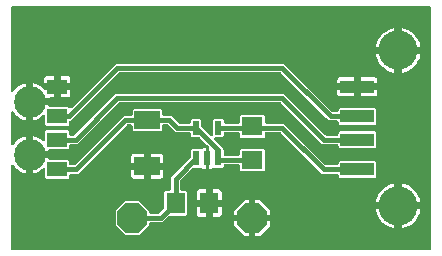
<source format=gbr>
G04 EAGLE Gerber RS-274X export*
G75*
%MOMM*%
%FSLAX34Y34*%
%LPD*%
%INTop Copper*%
%IPPOS*%
%AMOC8*
5,1,8,0,0,1.08239X$1,22.5*%
G01*
%ADD10P,2.749271X8X22.500000*%
%ADD11R,0.558800X1.270000*%
%ADD12R,1.803000X1.600000*%
%ADD13R,1.600000X1.803000*%
%ADD14R,2.200000X1.600000*%
%ADD15C,2.700000*%
%ADD16R,1.700000X1.300000*%
%ADD17C,3.316000*%
%ADD18R,2.880000X1.120000*%
%ADD19C,0.304800*%
%ADD20C,0.406400*%

G36*
X391442Y303280D02*
X391442Y303280D01*
X391468Y303278D01*
X391615Y303300D01*
X391762Y303317D01*
X391787Y303325D01*
X391813Y303329D01*
X391951Y303384D01*
X392090Y303434D01*
X392112Y303448D01*
X392137Y303458D01*
X392258Y303543D01*
X392383Y303623D01*
X392401Y303642D01*
X392423Y303657D01*
X392522Y303767D01*
X392625Y303874D01*
X392639Y303896D01*
X392656Y303916D01*
X392728Y304046D01*
X392804Y304173D01*
X392812Y304198D01*
X392825Y304221D01*
X392865Y304364D01*
X392910Y304505D01*
X392912Y304531D01*
X392920Y304556D01*
X392939Y304800D01*
X392939Y508000D01*
X392936Y508026D01*
X392938Y508052D01*
X392916Y508199D01*
X392899Y508346D01*
X392891Y508371D01*
X392887Y508397D01*
X392832Y508535D01*
X392782Y508674D01*
X392768Y508696D01*
X392758Y508721D01*
X392673Y508842D01*
X392593Y508967D01*
X392574Y508985D01*
X392559Y509007D01*
X392449Y509106D01*
X392342Y509209D01*
X392320Y509223D01*
X392300Y509240D01*
X392170Y509312D01*
X392043Y509388D01*
X392018Y509396D01*
X391995Y509409D01*
X391852Y509449D01*
X391711Y509494D01*
X391685Y509496D01*
X391660Y509504D01*
X391416Y509523D01*
X38100Y509523D01*
X38074Y509520D01*
X38048Y509522D01*
X37901Y509500D01*
X37754Y509483D01*
X37729Y509475D01*
X37703Y509471D01*
X37565Y509416D01*
X37426Y509366D01*
X37404Y509352D01*
X37379Y509342D01*
X37258Y509257D01*
X37133Y509177D01*
X37115Y509158D01*
X37093Y509143D01*
X36994Y509033D01*
X36891Y508926D01*
X36877Y508904D01*
X36860Y508884D01*
X36788Y508754D01*
X36712Y508627D01*
X36704Y508602D01*
X36691Y508579D01*
X36651Y508436D01*
X36606Y508295D01*
X36604Y508269D01*
X36596Y508244D01*
X36577Y508000D01*
X36577Y438725D01*
X36580Y438700D01*
X36578Y438674D01*
X36600Y438526D01*
X36617Y438379D01*
X36625Y438355D01*
X36629Y438329D01*
X36684Y438191D01*
X36734Y438051D01*
X36748Y438029D01*
X36757Y438005D01*
X36842Y437883D01*
X36923Y437758D01*
X36942Y437740D01*
X36956Y437719D01*
X37067Y437619D01*
X37174Y437516D01*
X37196Y437502D01*
X37215Y437485D01*
X37345Y437413D01*
X37473Y437337D01*
X37497Y437329D01*
X37520Y437317D01*
X37663Y437276D01*
X37805Y437231D01*
X37830Y437228D01*
X37855Y437222D01*
X38004Y437215D01*
X38152Y437203D01*
X38178Y437206D01*
X38203Y437205D01*
X38349Y437232D01*
X38497Y437254D01*
X38521Y437264D01*
X38546Y437268D01*
X38682Y437328D01*
X38821Y437383D01*
X38842Y437398D01*
X38865Y437408D01*
X38985Y437497D01*
X39107Y437582D01*
X39124Y437601D01*
X39145Y437616D01*
X39308Y437798D01*
X39402Y437920D01*
X40571Y439443D01*
X40614Y439499D01*
X42101Y440986D01*
X43769Y442266D01*
X45590Y443317D01*
X47533Y444122D01*
X49564Y444666D01*
X49653Y444678D01*
X49653Y430424D01*
X49656Y430398D01*
X49654Y430372D01*
X49676Y430225D01*
X49693Y430078D01*
X49701Y430053D01*
X49705Y430027D01*
X49760Y429889D01*
X49810Y429750D01*
X49824Y429728D01*
X49834Y429703D01*
X49919Y429582D01*
X49999Y429457D01*
X50018Y429439D01*
X50033Y429417D01*
X50143Y429318D01*
X50250Y429215D01*
X50272Y429201D01*
X50292Y429184D01*
X50422Y429112D01*
X50549Y429036D01*
X50574Y429028D01*
X50597Y429015D01*
X50740Y428975D01*
X50881Y428930D01*
X50907Y428928D01*
X50932Y428921D01*
X51176Y428901D01*
X52701Y428901D01*
X52701Y428899D01*
X51176Y428899D01*
X51150Y428896D01*
X51124Y428898D01*
X50977Y428876D01*
X50830Y428859D01*
X50805Y428850D01*
X50779Y428847D01*
X50641Y428792D01*
X50502Y428742D01*
X50480Y428727D01*
X50455Y428718D01*
X50334Y428633D01*
X50209Y428553D01*
X50191Y428534D01*
X50169Y428519D01*
X50070Y428409D01*
X49967Y428302D01*
X49953Y428280D01*
X49936Y428260D01*
X49864Y428130D01*
X49788Y428003D01*
X49780Y427978D01*
X49767Y427955D01*
X49727Y427812D01*
X49682Y427671D01*
X49680Y427645D01*
X49672Y427620D01*
X49653Y427376D01*
X49653Y413122D01*
X49564Y413134D01*
X47533Y413678D01*
X45590Y414483D01*
X43769Y415534D01*
X42101Y416814D01*
X40614Y418301D01*
X39308Y420002D01*
X39291Y420021D01*
X39277Y420042D01*
X39170Y420146D01*
X39066Y420253D01*
X39045Y420267D01*
X39026Y420284D01*
X38898Y420361D01*
X38773Y420442D01*
X38749Y420450D01*
X38727Y420463D01*
X38586Y420509D01*
X38445Y420559D01*
X38420Y420562D01*
X38395Y420569D01*
X38247Y420581D01*
X38099Y420598D01*
X38073Y420595D01*
X38048Y420597D01*
X37900Y420575D01*
X37752Y420558D01*
X37729Y420550D01*
X37703Y420546D01*
X37564Y420491D01*
X37424Y420440D01*
X37403Y420426D01*
X37379Y420417D01*
X37257Y420332D01*
X37132Y420251D01*
X37114Y420233D01*
X37093Y420218D01*
X36994Y420108D01*
X36890Y420000D01*
X36877Y419978D01*
X36860Y419959D01*
X36788Y419829D01*
X36711Y419701D01*
X36704Y419677D01*
X36691Y419654D01*
X36651Y419510D01*
X36605Y419369D01*
X36603Y419344D01*
X36596Y419319D01*
X36577Y419075D01*
X36577Y393725D01*
X36580Y393700D01*
X36578Y393674D01*
X36600Y393526D01*
X36617Y393379D01*
X36625Y393355D01*
X36629Y393329D01*
X36684Y393191D01*
X36734Y393051D01*
X36748Y393029D01*
X36757Y393005D01*
X36842Y392883D01*
X36923Y392758D01*
X36942Y392740D01*
X36956Y392719D01*
X37067Y392619D01*
X37174Y392516D01*
X37196Y392502D01*
X37215Y392485D01*
X37345Y392413D01*
X37473Y392337D01*
X37497Y392329D01*
X37520Y392317D01*
X37663Y392276D01*
X37805Y392231D01*
X37830Y392228D01*
X37855Y392222D01*
X38004Y392215D01*
X38152Y392203D01*
X38178Y392206D01*
X38203Y392205D01*
X38349Y392232D01*
X38497Y392254D01*
X38521Y392264D01*
X38546Y392268D01*
X38682Y392328D01*
X38821Y392383D01*
X38842Y392398D01*
X38865Y392408D01*
X38985Y392497D01*
X39107Y392582D01*
X39124Y392601D01*
X39145Y392616D01*
X39308Y392798D01*
X40036Y393745D01*
X40036Y393746D01*
X40614Y394499D01*
X42101Y395986D01*
X43769Y397266D01*
X45590Y398317D01*
X47533Y399122D01*
X49564Y399666D01*
X49653Y399678D01*
X49653Y385424D01*
X49656Y385398D01*
X49654Y385372D01*
X49676Y385225D01*
X49693Y385078D01*
X49701Y385053D01*
X49705Y385027D01*
X49760Y384889D01*
X49810Y384750D01*
X49824Y384728D01*
X49834Y384703D01*
X49919Y384582D01*
X49999Y384457D01*
X50018Y384439D01*
X50033Y384417D01*
X50143Y384318D01*
X50250Y384215D01*
X50272Y384201D01*
X50292Y384184D01*
X50422Y384112D01*
X50549Y384036D01*
X50574Y384028D01*
X50597Y384015D01*
X50740Y383975D01*
X50881Y383930D01*
X50907Y383928D01*
X50932Y383921D01*
X51176Y383901D01*
X52701Y383901D01*
X52701Y383899D01*
X51176Y383899D01*
X51150Y383896D01*
X51124Y383898D01*
X50977Y383876D01*
X50830Y383859D01*
X50805Y383850D01*
X50779Y383847D01*
X50641Y383792D01*
X50502Y383742D01*
X50480Y383727D01*
X50455Y383718D01*
X50334Y383633D01*
X50209Y383553D01*
X50191Y383534D01*
X50169Y383519D01*
X50070Y383409D01*
X49967Y383302D01*
X49953Y383280D01*
X49936Y383260D01*
X49864Y383130D01*
X49788Y383003D01*
X49780Y382978D01*
X49767Y382955D01*
X49727Y382812D01*
X49682Y382671D01*
X49680Y382645D01*
X49672Y382620D01*
X49653Y382376D01*
X49653Y368122D01*
X49564Y368134D01*
X47533Y368678D01*
X45590Y369483D01*
X43769Y370534D01*
X42101Y371814D01*
X40614Y373301D01*
X39308Y375002D01*
X39291Y375021D01*
X39277Y375042D01*
X39170Y375146D01*
X39066Y375253D01*
X39045Y375267D01*
X39026Y375284D01*
X38898Y375361D01*
X38773Y375442D01*
X38749Y375450D01*
X38727Y375463D01*
X38586Y375509D01*
X38445Y375559D01*
X38420Y375562D01*
X38395Y375569D01*
X38247Y375581D01*
X38099Y375598D01*
X38073Y375595D01*
X38048Y375597D01*
X37900Y375575D01*
X37752Y375558D01*
X37729Y375550D01*
X37703Y375546D01*
X37564Y375491D01*
X37424Y375440D01*
X37403Y375426D01*
X37379Y375417D01*
X37257Y375332D01*
X37132Y375251D01*
X37114Y375233D01*
X37093Y375218D01*
X36994Y375108D01*
X36890Y375000D01*
X36877Y374978D01*
X36860Y374959D01*
X36788Y374829D01*
X36711Y374701D01*
X36704Y374677D01*
X36691Y374654D01*
X36651Y374510D01*
X36605Y374369D01*
X36603Y374344D01*
X36596Y374319D01*
X36577Y374075D01*
X36577Y304800D01*
X36580Y304774D01*
X36578Y304748D01*
X36600Y304601D01*
X36617Y304454D01*
X36625Y304429D01*
X36629Y304403D01*
X36684Y304265D01*
X36734Y304126D01*
X36748Y304104D01*
X36758Y304079D01*
X36843Y303958D01*
X36923Y303833D01*
X36942Y303815D01*
X36957Y303793D01*
X37067Y303694D01*
X37174Y303591D01*
X37196Y303577D01*
X37216Y303560D01*
X37346Y303488D01*
X37473Y303412D01*
X37498Y303404D01*
X37521Y303391D01*
X37664Y303351D01*
X37805Y303306D01*
X37831Y303304D01*
X37856Y303296D01*
X38100Y303277D01*
X391416Y303277D01*
X391442Y303280D01*
G37*
%LPC*%
G36*
X67068Y363375D02*
X67068Y363375D01*
X66175Y364268D01*
X66175Y371013D01*
X66164Y371113D01*
X66162Y371213D01*
X66144Y371285D01*
X66135Y371359D01*
X66102Y371454D01*
X66077Y371551D01*
X66043Y371617D01*
X66018Y371687D01*
X65963Y371772D01*
X65917Y371861D01*
X65869Y371917D01*
X65829Y371980D01*
X65757Y372050D01*
X65692Y372126D01*
X65632Y372170D01*
X65578Y372222D01*
X65492Y372274D01*
X65411Y372333D01*
X65343Y372363D01*
X65279Y372401D01*
X65184Y372432D01*
X65091Y372471D01*
X65018Y372485D01*
X64947Y372507D01*
X64847Y372515D01*
X64748Y372533D01*
X64674Y372529D01*
X64600Y372535D01*
X64501Y372520D01*
X64400Y372515D01*
X64329Y372495D01*
X64255Y372483D01*
X64162Y372446D01*
X64065Y372419D01*
X64000Y372382D01*
X63931Y372355D01*
X63849Y372297D01*
X63761Y372248D01*
X63685Y372183D01*
X63645Y372156D01*
X63621Y372129D01*
X63575Y372090D01*
X63299Y371814D01*
X61631Y370534D01*
X59810Y369483D01*
X57867Y368678D01*
X55836Y368134D01*
X55747Y368122D01*
X55747Y380853D01*
X68511Y380853D01*
X68512Y380847D01*
X68511Y380798D01*
X68538Y380676D01*
X68556Y380551D01*
X68574Y380506D01*
X68585Y380458D01*
X68639Y380344D01*
X68685Y380227D01*
X68713Y380187D01*
X68734Y380143D01*
X68812Y380044D01*
X68884Y379941D01*
X68920Y379908D01*
X68951Y379870D01*
X69049Y379792D01*
X69143Y379708D01*
X69186Y379684D01*
X69224Y379654D01*
X69338Y379600D01*
X69448Y379539D01*
X69495Y379526D01*
X69539Y379505D01*
X69662Y379479D01*
X69783Y379444D01*
X69845Y379439D01*
X69880Y379432D01*
X69928Y379433D01*
X70027Y379425D01*
X85332Y379425D01*
X86225Y378532D01*
X86225Y376480D01*
X86228Y376454D01*
X86226Y376428D01*
X86248Y376281D01*
X86265Y376134D01*
X86273Y376109D01*
X86277Y376083D01*
X86332Y375945D01*
X86382Y375806D01*
X86396Y375784D01*
X86406Y375759D01*
X86491Y375638D01*
X86571Y375513D01*
X86590Y375495D01*
X86605Y375473D01*
X86715Y375374D01*
X86822Y375271D01*
X86844Y375257D01*
X86864Y375240D01*
X86994Y375168D01*
X87121Y375092D01*
X87146Y375084D01*
X87169Y375071D01*
X87312Y375031D01*
X87453Y374986D01*
X87479Y374984D01*
X87504Y374976D01*
X87748Y374957D01*
X89896Y374957D01*
X90021Y374971D01*
X90148Y374978D01*
X90194Y374991D01*
X90242Y374997D01*
X90361Y375039D01*
X90482Y375074D01*
X90525Y375098D01*
X90570Y375114D01*
X90676Y375183D01*
X90787Y375244D01*
X90833Y375284D01*
X90863Y375303D01*
X90896Y375338D01*
X90973Y375403D01*
X132327Y416757D01*
X138352Y416757D01*
X138378Y416760D01*
X138404Y416758D01*
X138551Y416780D01*
X138698Y416797D01*
X138723Y416805D01*
X138749Y416809D01*
X138887Y416864D01*
X139026Y416914D01*
X139048Y416928D01*
X139073Y416938D01*
X139194Y417023D01*
X139319Y417103D01*
X139337Y417122D01*
X139359Y417137D01*
X139458Y417247D01*
X139561Y417354D01*
X139575Y417376D01*
X139592Y417396D01*
X139664Y417526D01*
X139740Y417653D01*
X139748Y417678D01*
X139761Y417701D01*
X139801Y417844D01*
X139846Y417985D01*
X139848Y418011D01*
X139856Y418036D01*
X139875Y418280D01*
X139875Y421832D01*
X140768Y422725D01*
X164032Y422725D01*
X164925Y421832D01*
X164925Y418280D01*
X164928Y418254D01*
X164926Y418228D01*
X164948Y418081D01*
X164965Y417934D01*
X164973Y417909D01*
X164977Y417883D01*
X165032Y417745D01*
X165082Y417606D01*
X165096Y417584D01*
X165106Y417559D01*
X165191Y417438D01*
X165271Y417313D01*
X165290Y417295D01*
X165305Y417273D01*
X165415Y417174D01*
X165522Y417071D01*
X165544Y417057D01*
X165564Y417040D01*
X165694Y416968D01*
X165821Y416892D01*
X165846Y416884D01*
X165869Y416871D01*
X166012Y416831D01*
X166153Y416786D01*
X166179Y416784D01*
X166204Y416776D01*
X166448Y416757D01*
X172473Y416757D01*
X178827Y410403D01*
X178926Y410324D01*
X179020Y410240D01*
X179062Y410216D01*
X179100Y410186D01*
X179214Y410132D01*
X179325Y410071D01*
X179372Y410058D01*
X179415Y410037D01*
X179539Y410011D01*
X179660Y409976D01*
X179721Y409971D01*
X179756Y409964D01*
X179804Y409965D01*
X179904Y409957D01*
X187960Y409957D01*
X187986Y409960D01*
X188012Y409958D01*
X188159Y409980D01*
X188306Y409997D01*
X188331Y410005D01*
X188357Y410009D01*
X188495Y410064D01*
X188634Y410114D01*
X188656Y410128D01*
X188681Y410138D01*
X188802Y410223D01*
X188927Y410303D01*
X188945Y410322D01*
X188967Y410337D01*
X189066Y410447D01*
X189169Y410554D01*
X189183Y410576D01*
X189200Y410596D01*
X189272Y410726D01*
X189348Y410853D01*
X189356Y410878D01*
X189369Y410901D01*
X189409Y411044D01*
X189454Y411185D01*
X189456Y411211D01*
X189464Y411236D01*
X189483Y411480D01*
X189483Y413636D01*
X190376Y414529D01*
X197228Y414529D01*
X198121Y413636D01*
X198121Y407996D01*
X198135Y407871D01*
X198142Y407744D01*
X198155Y407698D01*
X198161Y407650D01*
X198203Y407531D01*
X198238Y407410D01*
X198262Y407367D01*
X198278Y407322D01*
X198347Y407216D01*
X198408Y407105D01*
X198448Y407059D01*
X198467Y407029D01*
X198502Y406995D01*
X198567Y406919D01*
X205679Y399807D01*
X205757Y399745D01*
X205830Y399675D01*
X205894Y399637D01*
X205952Y399590D01*
X206043Y399548D01*
X206129Y399496D01*
X206200Y399473D01*
X206267Y399442D01*
X206365Y399420D01*
X206461Y399390D01*
X206535Y399384D01*
X206608Y399368D01*
X206708Y399370D01*
X206808Y399362D01*
X206882Y399373D01*
X206956Y399374D01*
X207053Y399399D01*
X207153Y399413D01*
X207222Y399441D01*
X207294Y399459D01*
X207384Y399505D01*
X207477Y399542D01*
X207538Y399585D01*
X207604Y399619D01*
X207681Y399684D01*
X207763Y399741D01*
X207813Y399796D01*
X207869Y399845D01*
X207929Y399925D01*
X207996Y400000D01*
X208032Y400065D01*
X208077Y400125D01*
X208116Y400217D01*
X208165Y400305D01*
X208185Y400377D01*
X208215Y400445D01*
X208232Y400544D01*
X208260Y400640D01*
X208268Y400740D01*
X208276Y400788D01*
X208274Y400824D01*
X208279Y400884D01*
X208279Y413636D01*
X209172Y414529D01*
X216024Y414529D01*
X216917Y413636D01*
X216917Y411734D01*
X216920Y411708D01*
X216918Y411682D01*
X216940Y411535D01*
X216957Y411388D01*
X216965Y411363D01*
X216969Y411337D01*
X217024Y411199D01*
X217074Y411060D01*
X217088Y411038D01*
X217098Y411013D01*
X217183Y410892D01*
X217263Y410767D01*
X217282Y410749D01*
X217297Y410727D01*
X217407Y410628D01*
X217514Y410525D01*
X217536Y410511D01*
X217556Y410494D01*
X217686Y410422D01*
X217813Y410346D01*
X217838Y410338D01*
X217861Y410325D01*
X218004Y410285D01*
X218145Y410240D01*
X218171Y410238D01*
X218196Y410230D01*
X218440Y410211D01*
X229237Y410211D01*
X229263Y410214D01*
X229289Y410212D01*
X229436Y410234D01*
X229583Y410251D01*
X229608Y410259D01*
X229634Y410263D01*
X229772Y410318D01*
X229911Y410368D01*
X229933Y410382D01*
X229958Y410392D01*
X230079Y410477D01*
X230204Y410557D01*
X230222Y410576D01*
X230244Y410591D01*
X230343Y410701D01*
X230446Y410808D01*
X230460Y410830D01*
X230477Y410850D01*
X230549Y410980D01*
X230625Y411107D01*
X230633Y411132D01*
X230646Y411155D01*
X230686Y411298D01*
X230731Y411439D01*
X230733Y411465D01*
X230741Y411490D01*
X230760Y411734D01*
X230760Y416552D01*
X231653Y417445D01*
X250947Y417445D01*
X251840Y416552D01*
X251840Y411734D01*
X251843Y411708D01*
X251841Y411682D01*
X251863Y411535D01*
X251880Y411388D01*
X251888Y411363D01*
X251892Y411337D01*
X251947Y411199D01*
X251997Y411060D01*
X252011Y411038D01*
X252021Y411013D01*
X252106Y410892D01*
X252186Y410767D01*
X252205Y410749D01*
X252220Y410727D01*
X252330Y410628D01*
X252437Y410525D01*
X252459Y410511D01*
X252479Y410494D01*
X252609Y410422D01*
X252736Y410346D01*
X252761Y410338D01*
X252784Y410325D01*
X252927Y410285D01*
X253068Y410240D01*
X253094Y410238D01*
X253119Y410230D01*
X253363Y410211D01*
X267919Y410211D01*
X302727Y375403D01*
X302826Y375324D01*
X302920Y375240D01*
X302962Y375216D01*
X303000Y375186D01*
X303114Y375132D01*
X303225Y375071D01*
X303272Y375058D01*
X303315Y375037D01*
X303439Y375011D01*
X303560Y374976D01*
X303621Y374971D01*
X303656Y374964D01*
X303704Y374965D01*
X303804Y374957D01*
X312752Y374957D01*
X312778Y374960D01*
X312804Y374958D01*
X312951Y374980D01*
X313098Y374997D01*
X313123Y375005D01*
X313149Y375009D01*
X313287Y375064D01*
X313426Y375114D01*
X313448Y375128D01*
X313473Y375138D01*
X313594Y375223D01*
X313719Y375303D01*
X313737Y375322D01*
X313759Y375337D01*
X313858Y375447D01*
X313961Y375554D01*
X313975Y375576D01*
X313992Y375596D01*
X314064Y375726D01*
X314140Y375853D01*
X314148Y375878D01*
X314161Y375901D01*
X314201Y376044D01*
X314246Y376185D01*
X314248Y376211D01*
X314256Y376236D01*
X314275Y376480D01*
X314275Y377632D01*
X315168Y378525D01*
X345232Y378525D01*
X346125Y377632D01*
X346125Y365168D01*
X345232Y364275D01*
X315168Y364275D01*
X314275Y365168D01*
X314275Y366320D01*
X314272Y366346D01*
X314274Y366372D01*
X314252Y366519D01*
X314235Y366666D01*
X314227Y366691D01*
X314223Y366717D01*
X314168Y366855D01*
X314118Y366994D01*
X314104Y367016D01*
X314094Y367041D01*
X314009Y367162D01*
X313929Y367287D01*
X313910Y367305D01*
X313895Y367327D01*
X313785Y367426D01*
X313678Y367529D01*
X313656Y367543D01*
X313636Y367560D01*
X313506Y367632D01*
X313379Y367708D01*
X313354Y367716D01*
X313331Y367729D01*
X313188Y367769D01*
X313047Y367814D01*
X313021Y367816D01*
X312996Y367824D01*
X312752Y367843D01*
X300227Y367843D01*
X265419Y402651D01*
X265320Y402730D01*
X265226Y402814D01*
X265184Y402838D01*
X265146Y402868D01*
X265032Y402922D01*
X264921Y402983D01*
X264874Y402996D01*
X264831Y403017D01*
X264707Y403043D01*
X264586Y403078D01*
X264525Y403083D01*
X264490Y403090D01*
X264442Y403089D01*
X264342Y403097D01*
X253363Y403097D01*
X253337Y403094D01*
X253311Y403096D01*
X253164Y403074D01*
X253017Y403057D01*
X252992Y403049D01*
X252966Y403045D01*
X252828Y402990D01*
X252689Y402940D01*
X252667Y402926D01*
X252642Y402916D01*
X252521Y402831D01*
X252396Y402751D01*
X252378Y402732D01*
X252356Y402717D01*
X252257Y402607D01*
X252154Y402500D01*
X252140Y402478D01*
X252123Y402458D01*
X252051Y402328D01*
X251975Y402201D01*
X251967Y402176D01*
X251954Y402153D01*
X251914Y402010D01*
X251869Y401869D01*
X251867Y401843D01*
X251859Y401818D01*
X251840Y401574D01*
X251840Y399288D01*
X250947Y398395D01*
X231653Y398395D01*
X230760Y399288D01*
X230760Y401574D01*
X230757Y401600D01*
X230759Y401626D01*
X230737Y401773D01*
X230720Y401920D01*
X230712Y401945D01*
X230708Y401971D01*
X230653Y402109D01*
X230603Y402248D01*
X230589Y402270D01*
X230579Y402295D01*
X230494Y402416D01*
X230414Y402541D01*
X230395Y402559D01*
X230380Y402581D01*
X230270Y402680D01*
X230163Y402783D01*
X230141Y402797D01*
X230121Y402814D01*
X229991Y402886D01*
X229864Y402962D01*
X229839Y402970D01*
X229816Y402983D01*
X229673Y403023D01*
X229532Y403068D01*
X229506Y403070D01*
X229481Y403078D01*
X229237Y403097D01*
X218440Y403097D01*
X218414Y403094D01*
X218388Y403096D01*
X218241Y403074D01*
X218094Y403057D01*
X218069Y403049D01*
X218043Y403045D01*
X217905Y402990D01*
X217766Y402940D01*
X217744Y402926D01*
X217719Y402916D01*
X217598Y402831D01*
X217473Y402751D01*
X217455Y402732D01*
X217433Y402717D01*
X217334Y402607D01*
X217231Y402500D01*
X217217Y402478D01*
X217200Y402458D01*
X217128Y402328D01*
X217052Y402201D01*
X217044Y402176D01*
X217031Y402153D01*
X216991Y402010D01*
X216946Y401869D01*
X216944Y401843D01*
X216936Y401818D01*
X216917Y401574D01*
X216917Y399672D01*
X216024Y398779D01*
X210384Y398779D01*
X210284Y398768D01*
X210184Y398766D01*
X210112Y398748D01*
X210038Y398739D01*
X209943Y398706D01*
X209846Y398681D01*
X209780Y398647D01*
X209710Y398622D01*
X209625Y398567D01*
X209536Y398521D01*
X209479Y398473D01*
X209417Y398433D01*
X209347Y398361D01*
X209271Y398296D01*
X209227Y398236D01*
X209175Y398182D01*
X209123Y398096D01*
X209064Y398015D01*
X209034Y397947D01*
X208996Y397883D01*
X208965Y397787D01*
X208926Y397695D01*
X208912Y397622D01*
X208890Y397551D01*
X208882Y397451D01*
X208864Y397352D01*
X208868Y397278D01*
X208862Y397204D01*
X208877Y397104D01*
X208882Y397004D01*
X208902Y396933D01*
X208913Y396859D01*
X208951Y396766D01*
X208978Y396669D01*
X209015Y396604D01*
X209042Y396535D01*
X209099Y396453D01*
X209149Y396365D01*
X209214Y396289D01*
X209241Y396249D01*
X209268Y396225D01*
X209307Y396179D01*
X213625Y391861D01*
X216155Y389331D01*
X216155Y389121D01*
X216169Y388995D01*
X216176Y388869D01*
X216189Y388822D01*
X216195Y388774D01*
X216237Y388655D01*
X216272Y388534D01*
X216296Y388492D01*
X216312Y388446D01*
X216381Y388340D01*
X216442Y388230D01*
X216482Y388183D01*
X216501Y388153D01*
X216536Y388120D01*
X216601Y388043D01*
X216917Y387728D01*
X216917Y384560D01*
X216920Y384534D01*
X216918Y384508D01*
X216940Y384361D01*
X216957Y384214D01*
X216965Y384189D01*
X216969Y384163D01*
X217024Y384025D01*
X217074Y383886D01*
X217088Y383864D01*
X217098Y383839D01*
X217183Y383718D01*
X217263Y383593D01*
X217282Y383575D01*
X217297Y383553D01*
X217407Y383454D01*
X217514Y383351D01*
X217536Y383337D01*
X217556Y383320D01*
X217686Y383248D01*
X217813Y383172D01*
X217838Y383164D01*
X217861Y383151D01*
X218004Y383111D01*
X218145Y383066D01*
X218171Y383064D01*
X218196Y383056D01*
X218440Y383037D01*
X229237Y383037D01*
X229263Y383040D01*
X229289Y383038D01*
X229436Y383060D01*
X229583Y383077D01*
X229608Y383085D01*
X229634Y383089D01*
X229772Y383144D01*
X229911Y383194D01*
X229933Y383208D01*
X229958Y383218D01*
X230079Y383303D01*
X230204Y383383D01*
X230222Y383402D01*
X230244Y383417D01*
X230343Y383527D01*
X230446Y383634D01*
X230460Y383656D01*
X230477Y383676D01*
X230549Y383806D01*
X230625Y383933D01*
X230633Y383958D01*
X230646Y383981D01*
X230686Y384124D01*
X230731Y384265D01*
X230733Y384291D01*
X230741Y384316D01*
X230760Y384560D01*
X230760Y388112D01*
X231653Y389005D01*
X250947Y389005D01*
X251840Y388112D01*
X251840Y370848D01*
X250947Y369955D01*
X231653Y369955D01*
X230760Y370848D01*
X230760Y374400D01*
X230757Y374426D01*
X230759Y374452D01*
X230737Y374599D01*
X230720Y374746D01*
X230712Y374771D01*
X230708Y374797D01*
X230653Y374935D01*
X230603Y375074D01*
X230589Y375096D01*
X230579Y375121D01*
X230494Y375242D01*
X230414Y375367D01*
X230395Y375385D01*
X230380Y375407D01*
X230270Y375506D01*
X230163Y375609D01*
X230141Y375623D01*
X230121Y375640D01*
X229991Y375712D01*
X229864Y375788D01*
X229839Y375796D01*
X229816Y375809D01*
X229673Y375849D01*
X229532Y375894D01*
X229506Y375896D01*
X229481Y375904D01*
X229237Y375923D01*
X218440Y375923D01*
X218414Y375920D01*
X218388Y375922D01*
X218241Y375900D01*
X218094Y375883D01*
X218069Y375875D01*
X218043Y375871D01*
X217905Y375816D01*
X217766Y375766D01*
X217744Y375752D01*
X217719Y375742D01*
X217598Y375657D01*
X217473Y375577D01*
X217455Y375558D01*
X217433Y375543D01*
X217334Y375433D01*
X217231Y375326D01*
X217217Y375304D01*
X217200Y375284D01*
X217128Y375154D01*
X217052Y375027D01*
X217044Y375002D01*
X217031Y374979D01*
X216991Y374836D01*
X216946Y374695D01*
X216944Y374669D01*
X216936Y374644D01*
X216917Y374400D01*
X216917Y373764D01*
X216024Y372871D01*
X208693Y372871D01*
X208568Y372857D01*
X208442Y372850D01*
X208395Y372837D01*
X208347Y372831D01*
X208228Y372789D01*
X208107Y372754D01*
X208065Y372730D01*
X208019Y372714D01*
X207913Y372645D01*
X207803Y372584D01*
X207756Y372544D01*
X207726Y372525D01*
X207693Y372490D01*
X207616Y372425D01*
X207554Y372363D01*
X206975Y372028D01*
X206329Y371855D01*
X204723Y371855D01*
X204723Y380746D01*
X204723Y390072D01*
X204713Y390161D01*
X204713Y390252D01*
X204693Y390334D01*
X204684Y390418D01*
X204653Y390503D01*
X204632Y390591D01*
X204595Y390666D01*
X204566Y390746D01*
X204517Y390822D01*
X204477Y390903D01*
X204404Y390997D01*
X204377Y391039D01*
X204356Y391059D01*
X204327Y391096D01*
X204327Y391097D01*
X204224Y391186D01*
X204126Y391281D01*
X204093Y391301D01*
X204065Y391326D01*
X203944Y391390D01*
X203827Y391460D01*
X203791Y391472D01*
X203757Y391490D01*
X203625Y391525D01*
X203585Y391537D01*
X203583Y391557D01*
X203545Y391650D01*
X203518Y391747D01*
X203481Y391812D01*
X203454Y391881D01*
X203397Y391963D01*
X203347Y392051D01*
X203282Y392127D01*
X203255Y392167D01*
X203228Y392191D01*
X203189Y392237D01*
X197093Y398333D01*
X196994Y398412D01*
X196900Y398496D01*
X196858Y398520D01*
X196820Y398550D01*
X196706Y398604D01*
X196595Y398665D01*
X196548Y398678D01*
X196505Y398699D01*
X196381Y398725D01*
X196260Y398760D01*
X196199Y398765D01*
X196164Y398772D01*
X196116Y398771D01*
X196016Y398779D01*
X190376Y398779D01*
X189483Y399672D01*
X189483Y401320D01*
X189480Y401346D01*
X189482Y401372D01*
X189460Y401519D01*
X189443Y401666D01*
X189435Y401691D01*
X189431Y401717D01*
X189376Y401855D01*
X189326Y401994D01*
X189312Y402016D01*
X189302Y402041D01*
X189217Y402162D01*
X189137Y402287D01*
X189118Y402305D01*
X189103Y402327D01*
X188993Y402426D01*
X188886Y402529D01*
X188864Y402543D01*
X188844Y402560D01*
X188714Y402632D01*
X188587Y402708D01*
X188562Y402716D01*
X188539Y402729D01*
X188396Y402769D01*
X188255Y402814D01*
X188229Y402816D01*
X188204Y402824D01*
X187960Y402843D01*
X176327Y402843D01*
X169973Y409197D01*
X169874Y409276D01*
X169780Y409360D01*
X169738Y409384D01*
X169700Y409414D01*
X169586Y409468D01*
X169475Y409529D01*
X169428Y409542D01*
X169385Y409563D01*
X169261Y409589D01*
X169140Y409624D01*
X169079Y409629D01*
X169044Y409636D01*
X168996Y409635D01*
X168896Y409643D01*
X166448Y409643D01*
X166422Y409640D01*
X166396Y409642D01*
X166249Y409620D01*
X166102Y409603D01*
X166077Y409595D01*
X166051Y409591D01*
X165913Y409536D01*
X165774Y409486D01*
X165752Y409472D01*
X165727Y409462D01*
X165606Y409377D01*
X165481Y409297D01*
X165463Y409278D01*
X165441Y409263D01*
X165342Y409153D01*
X165239Y409046D01*
X165225Y409024D01*
X165208Y409004D01*
X165136Y408874D01*
X165060Y408747D01*
X165052Y408722D01*
X165039Y408699D01*
X164999Y408556D01*
X164954Y408415D01*
X164952Y408389D01*
X164944Y408364D01*
X164925Y408120D01*
X164925Y404568D01*
X164032Y403675D01*
X140768Y403675D01*
X139875Y404568D01*
X139875Y408120D01*
X139872Y408146D01*
X139874Y408172D01*
X139852Y408319D01*
X139835Y408466D01*
X139827Y408491D01*
X139823Y408517D01*
X139768Y408655D01*
X139718Y408794D01*
X139704Y408816D01*
X139694Y408841D01*
X139609Y408962D01*
X139529Y409087D01*
X139510Y409105D01*
X139495Y409127D01*
X139385Y409226D01*
X139278Y409329D01*
X139256Y409343D01*
X139236Y409360D01*
X139106Y409432D01*
X138979Y409508D01*
X138954Y409516D01*
X138931Y409529D01*
X138788Y409569D01*
X138647Y409614D01*
X138621Y409616D01*
X138596Y409624D01*
X138352Y409643D01*
X135904Y409643D01*
X135779Y409629D01*
X135652Y409622D01*
X135606Y409609D01*
X135558Y409603D01*
X135439Y409561D01*
X135318Y409526D01*
X135275Y409502D01*
X135230Y409486D01*
X135124Y409417D01*
X135013Y409356D01*
X134967Y409316D01*
X134937Y409297D01*
X134904Y409262D01*
X134827Y409197D01*
X93473Y367843D01*
X87748Y367843D01*
X87722Y367840D01*
X87696Y367842D01*
X87549Y367820D01*
X87402Y367803D01*
X87377Y367795D01*
X87351Y367791D01*
X87213Y367736D01*
X87074Y367686D01*
X87052Y367672D01*
X87027Y367662D01*
X86906Y367577D01*
X86781Y367497D01*
X86763Y367478D01*
X86741Y367463D01*
X86642Y367353D01*
X86539Y367246D01*
X86525Y367224D01*
X86508Y367204D01*
X86436Y367074D01*
X86360Y366947D01*
X86352Y366922D01*
X86339Y366899D01*
X86299Y366756D01*
X86254Y366615D01*
X86252Y366589D01*
X86244Y366564D01*
X86225Y366320D01*
X86225Y364268D01*
X85332Y363375D01*
X67068Y363375D01*
G37*
%LPD*%
%LPC*%
G36*
X67068Y408375D02*
X67068Y408375D01*
X66175Y409268D01*
X66175Y416013D01*
X66173Y416033D01*
X66174Y416049D01*
X66164Y416121D01*
X66162Y416213D01*
X66144Y416285D01*
X66135Y416359D01*
X66102Y416454D01*
X66077Y416551D01*
X66043Y416617D01*
X66018Y416687D01*
X65963Y416772D01*
X65917Y416861D01*
X65869Y416917D01*
X65829Y416980D01*
X65757Y417050D01*
X65692Y417126D01*
X65632Y417170D01*
X65578Y417222D01*
X65492Y417274D01*
X65411Y417333D01*
X65343Y417363D01*
X65279Y417401D01*
X65184Y417432D01*
X65091Y417471D01*
X65018Y417485D01*
X64947Y417507D01*
X64847Y417515D01*
X64748Y417533D01*
X64674Y417529D01*
X64600Y417535D01*
X64501Y417520D01*
X64400Y417515D01*
X64329Y417495D01*
X64255Y417483D01*
X64162Y417446D01*
X64065Y417419D01*
X64000Y417382D01*
X63931Y417355D01*
X63849Y417297D01*
X63761Y417248D01*
X63688Y417186D01*
X63669Y417174D01*
X63665Y417170D01*
X63645Y417156D01*
X63621Y417129D01*
X63575Y417090D01*
X63299Y416814D01*
X61631Y415534D01*
X59810Y414483D01*
X57867Y413678D01*
X55836Y413134D01*
X55747Y413122D01*
X55747Y425853D01*
X68511Y425853D01*
X68512Y425847D01*
X68511Y425798D01*
X68538Y425676D01*
X68556Y425551D01*
X68574Y425506D01*
X68585Y425458D01*
X68639Y425344D01*
X68685Y425227D01*
X68713Y425187D01*
X68734Y425143D01*
X68812Y425044D01*
X68884Y424941D01*
X68920Y424908D01*
X68951Y424870D01*
X69049Y424792D01*
X69143Y424708D01*
X69186Y424684D01*
X69224Y424654D01*
X69338Y424600D01*
X69448Y424539D01*
X69495Y424526D01*
X69539Y424505D01*
X69662Y424479D01*
X69783Y424444D01*
X69845Y424439D01*
X69880Y424432D01*
X69928Y424433D01*
X70027Y424425D01*
X85332Y424425D01*
X86186Y423570D01*
X86207Y423554D01*
X86224Y423534D01*
X86343Y423446D01*
X86459Y423354D01*
X86483Y423342D01*
X86504Y423327D01*
X86640Y423268D01*
X86774Y423205D01*
X86800Y423199D01*
X86824Y423189D01*
X86970Y423163D01*
X87115Y423131D01*
X87141Y423132D01*
X87167Y423127D01*
X87315Y423135D01*
X87463Y423137D01*
X87489Y423144D01*
X87515Y423145D01*
X87657Y423186D01*
X87801Y423222D01*
X87825Y423234D01*
X87850Y423242D01*
X87979Y423314D01*
X88111Y423382D01*
X88131Y423399D01*
X88154Y423412D01*
X88340Y423570D01*
X125527Y460757D01*
X268173Y460757D01*
X270703Y458227D01*
X308527Y420403D01*
X308626Y420324D01*
X308720Y420240D01*
X308762Y420216D01*
X308800Y420186D01*
X308914Y420132D01*
X309025Y420071D01*
X309072Y420058D01*
X309115Y420037D01*
X309239Y420011D01*
X309360Y419976D01*
X309421Y419971D01*
X309456Y419964D01*
X309504Y419965D01*
X309604Y419957D01*
X312752Y419957D01*
X312778Y419960D01*
X312804Y419958D01*
X312951Y419980D01*
X313098Y419997D01*
X313123Y420005D01*
X313149Y420009D01*
X313287Y420064D01*
X313426Y420114D01*
X313448Y420128D01*
X313473Y420138D01*
X313594Y420223D01*
X313719Y420303D01*
X313737Y420322D01*
X313759Y420337D01*
X313858Y420447D01*
X313961Y420554D01*
X313975Y420576D01*
X313992Y420596D01*
X314064Y420726D01*
X314140Y420853D01*
X314148Y420878D01*
X314161Y420901D01*
X314201Y421044D01*
X314246Y421185D01*
X314248Y421211D01*
X314256Y421236D01*
X314275Y421480D01*
X314275Y422632D01*
X315168Y423525D01*
X345232Y423525D01*
X346125Y422632D01*
X346125Y410168D01*
X345232Y409275D01*
X315168Y409275D01*
X314275Y410168D01*
X314275Y411320D01*
X314272Y411346D01*
X314274Y411372D01*
X314252Y411519D01*
X314235Y411666D01*
X314227Y411691D01*
X314223Y411717D01*
X314168Y411855D01*
X314118Y411994D01*
X314104Y412016D01*
X314094Y412041D01*
X314009Y412162D01*
X313929Y412287D01*
X313910Y412305D01*
X313895Y412327D01*
X313785Y412426D01*
X313678Y412529D01*
X313656Y412543D01*
X313636Y412560D01*
X313506Y412632D01*
X313379Y412708D01*
X313354Y412716D01*
X313331Y412729D01*
X313188Y412769D01*
X313047Y412814D01*
X313021Y412816D01*
X312996Y412824D01*
X312752Y412843D01*
X306027Y412843D01*
X303497Y415373D01*
X265673Y453197D01*
X265574Y453276D01*
X265480Y453360D01*
X265438Y453384D01*
X265400Y453414D01*
X265286Y453468D01*
X265175Y453529D01*
X265128Y453542D01*
X265085Y453563D01*
X264961Y453589D01*
X264840Y453624D01*
X264779Y453629D01*
X264744Y453636D01*
X264696Y453635D01*
X264596Y453643D01*
X129104Y453643D01*
X128979Y453629D01*
X128852Y453622D01*
X128806Y453609D01*
X128758Y453603D01*
X128639Y453561D01*
X128518Y453526D01*
X128475Y453502D01*
X128430Y453486D01*
X128324Y453417D01*
X128213Y453356D01*
X128167Y453316D01*
X128137Y453297D01*
X128104Y453262D01*
X128027Y453197D01*
X87668Y412838D01*
X87549Y412820D01*
X87402Y412803D01*
X87377Y412795D01*
X87351Y412791D01*
X87213Y412736D01*
X87074Y412686D01*
X87052Y412672D01*
X87027Y412662D01*
X86906Y412577D01*
X86781Y412497D01*
X86763Y412478D01*
X86741Y412463D01*
X86642Y412353D01*
X86539Y412246D01*
X86525Y412224D01*
X86508Y412204D01*
X86436Y412074D01*
X86360Y411947D01*
X86352Y411922D01*
X86339Y411899D01*
X86299Y411756D01*
X86254Y411615D01*
X86252Y411589D01*
X86244Y411564D01*
X86225Y411320D01*
X86225Y409268D01*
X85332Y408375D01*
X67068Y408375D01*
G37*
%LPD*%
%LPC*%
G36*
X55747Y386947D02*
X55747Y386947D01*
X55747Y399678D01*
X55836Y399666D01*
X57867Y399122D01*
X59810Y398317D01*
X61631Y397266D01*
X63299Y395986D01*
X63575Y395710D01*
X63654Y395648D01*
X63726Y395578D01*
X63790Y395540D01*
X63848Y395493D01*
X63939Y395451D01*
X64025Y395399D01*
X64096Y395376D01*
X64163Y395345D01*
X64261Y395323D01*
X64357Y395293D01*
X64431Y395287D01*
X64504Y395271D01*
X64604Y395273D01*
X64704Y395265D01*
X64778Y395276D01*
X64852Y395277D01*
X64950Y395302D01*
X65049Y395317D01*
X65118Y395344D01*
X65190Y395362D01*
X65279Y395408D01*
X65373Y395445D01*
X65434Y395488D01*
X65500Y395522D01*
X65576Y395587D01*
X65659Y395644D01*
X65709Y395699D01*
X65765Y395748D01*
X65825Y395828D01*
X65892Y395903D01*
X65928Y395968D01*
X65973Y396028D01*
X66012Y396120D01*
X66061Y396208D01*
X66081Y396279D01*
X66111Y396348D01*
X66128Y396447D01*
X66156Y396543D01*
X66164Y396644D01*
X66172Y396691D01*
X66170Y396726D01*
X66175Y396787D01*
X66175Y403532D01*
X67068Y404425D01*
X85332Y404425D01*
X86225Y403532D01*
X86225Y401480D01*
X86228Y401454D01*
X86226Y401428D01*
X86248Y401281D01*
X86265Y401134D01*
X86273Y401109D01*
X86277Y401083D01*
X86332Y400945D01*
X86382Y400806D01*
X86396Y400784D01*
X86406Y400759D01*
X86491Y400638D01*
X86571Y400513D01*
X86590Y400495D01*
X86605Y400473D01*
X86715Y400374D01*
X86822Y400271D01*
X86844Y400257D01*
X86864Y400240D01*
X86994Y400168D01*
X87121Y400092D01*
X87146Y400084D01*
X87169Y400071D01*
X87312Y400031D01*
X87453Y399986D01*
X87479Y399984D01*
X87504Y399976D01*
X87748Y399957D01*
X89496Y399957D01*
X89621Y399971D01*
X89748Y399978D01*
X89794Y399991D01*
X89842Y399997D01*
X89961Y400039D01*
X90082Y400074D01*
X90125Y400098D01*
X90170Y400114D01*
X90276Y400183D01*
X90387Y400244D01*
X90433Y400284D01*
X90463Y400303D01*
X90496Y400338D01*
X90573Y400403D01*
X125527Y435357D01*
X268173Y435357D01*
X303127Y400403D01*
X303226Y400324D01*
X303320Y400240D01*
X303362Y400216D01*
X303400Y400186D01*
X303514Y400132D01*
X303625Y400071D01*
X303672Y400058D01*
X303715Y400037D01*
X303839Y400011D01*
X303960Y399976D01*
X304021Y399971D01*
X304056Y399964D01*
X304104Y399965D01*
X304204Y399957D01*
X312752Y399957D01*
X312778Y399960D01*
X312804Y399958D01*
X312951Y399980D01*
X313098Y399997D01*
X313123Y400005D01*
X313149Y400009D01*
X313287Y400064D01*
X313426Y400114D01*
X313448Y400128D01*
X313473Y400138D01*
X313594Y400223D01*
X313719Y400303D01*
X313737Y400322D01*
X313759Y400337D01*
X313858Y400447D01*
X313961Y400554D01*
X313975Y400576D01*
X313992Y400596D01*
X314064Y400726D01*
X314140Y400853D01*
X314148Y400878D01*
X314161Y400901D01*
X314201Y401044D01*
X314246Y401185D01*
X314248Y401211D01*
X314256Y401236D01*
X314275Y401480D01*
X314275Y402632D01*
X315168Y403525D01*
X345232Y403525D01*
X346125Y402632D01*
X346125Y390168D01*
X345232Y389275D01*
X315168Y389275D01*
X314275Y390168D01*
X314275Y391320D01*
X314272Y391346D01*
X314274Y391372D01*
X314252Y391519D01*
X314235Y391666D01*
X314227Y391691D01*
X314223Y391717D01*
X314168Y391855D01*
X314118Y391994D01*
X314104Y392016D01*
X314094Y392041D01*
X314009Y392162D01*
X313929Y392287D01*
X313910Y392305D01*
X313895Y392327D01*
X313785Y392426D01*
X313678Y392529D01*
X313656Y392543D01*
X313636Y392560D01*
X313506Y392632D01*
X313379Y392708D01*
X313354Y392716D01*
X313331Y392729D01*
X313188Y392769D01*
X313047Y392814D01*
X313021Y392816D01*
X312996Y392824D01*
X312752Y392843D01*
X300627Y392843D01*
X265673Y427797D01*
X265574Y427876D01*
X265480Y427960D01*
X265438Y427984D01*
X265400Y428014D01*
X265286Y428068D01*
X265175Y428129D01*
X265128Y428142D01*
X265085Y428163D01*
X264961Y428189D01*
X264840Y428224D01*
X264779Y428229D01*
X264744Y428236D01*
X264696Y428235D01*
X264596Y428243D01*
X129104Y428243D01*
X128979Y428229D01*
X128852Y428222D01*
X128806Y428209D01*
X128758Y428203D01*
X128639Y428161D01*
X128518Y428126D01*
X128475Y428102D01*
X128430Y428086D01*
X128324Y428017D01*
X128213Y427956D01*
X128167Y427916D01*
X128137Y427897D01*
X128104Y427862D01*
X128027Y427797D01*
X93073Y392843D01*
X87748Y392843D01*
X87722Y392840D01*
X87696Y392842D01*
X87549Y392820D01*
X87402Y392803D01*
X87377Y392795D01*
X87351Y392791D01*
X87213Y392736D01*
X87074Y392686D01*
X87052Y392672D01*
X87027Y392662D01*
X86906Y392577D01*
X86781Y392497D01*
X86763Y392478D01*
X86741Y392463D01*
X86642Y392353D01*
X86539Y392246D01*
X86525Y392224D01*
X86508Y392204D01*
X86436Y392074D01*
X86360Y391947D01*
X86352Y391922D01*
X86339Y391899D01*
X86299Y391756D01*
X86254Y391615D01*
X86252Y391589D01*
X86244Y391564D01*
X86225Y391320D01*
X86225Y389268D01*
X85332Y388375D01*
X70027Y388375D01*
X69902Y388361D01*
X69776Y388355D01*
X69729Y388341D01*
X69681Y388335D01*
X69562Y388293D01*
X69441Y388258D01*
X69399Y388234D01*
X69353Y388218D01*
X69247Y388150D01*
X69137Y388088D01*
X69101Y388055D01*
X69060Y388029D01*
X68972Y387938D01*
X68879Y387854D01*
X68852Y387813D01*
X68818Y387778D01*
X68753Y387670D01*
X68682Y387567D01*
X68664Y387521D01*
X68639Y387479D01*
X68600Y387359D01*
X68555Y387242D01*
X68547Y387194D01*
X68533Y387147D01*
X68522Y387022D01*
X68512Y386947D01*
X55747Y386947D01*
G37*
%LPD*%
%LPC*%
G36*
X133808Y315975D02*
X133808Y315975D01*
X125475Y324308D01*
X125475Y336092D01*
X133808Y344425D01*
X145592Y344425D01*
X153925Y336092D01*
X153925Y335280D01*
X153928Y335254D01*
X153926Y335228D01*
X153948Y335081D01*
X153965Y334934D01*
X153973Y334909D01*
X153977Y334883D01*
X154032Y334745D01*
X154082Y334606D01*
X154096Y334584D01*
X154106Y334559D01*
X154191Y334438D01*
X154271Y334313D01*
X154290Y334295D01*
X154305Y334273D01*
X154415Y334174D01*
X154522Y334071D01*
X154544Y334057D01*
X154564Y334040D01*
X154694Y333968D01*
X154821Y333892D01*
X154846Y333884D01*
X154869Y333871D01*
X155012Y333831D01*
X155153Y333786D01*
X155179Y333784D01*
X155204Y333776D01*
X155448Y333757D01*
X161476Y333757D01*
X161601Y333771D01*
X161728Y333778D01*
X161774Y333791D01*
X161822Y333797D01*
X161941Y333839D01*
X162062Y333874D01*
X162105Y333898D01*
X162150Y333914D01*
X162256Y333983D01*
X162367Y334044D01*
X162413Y334084D01*
X162443Y334103D01*
X162477Y334138D01*
X162553Y334203D01*
X166309Y337959D01*
X166388Y338058D01*
X166472Y338152D01*
X166496Y338194D01*
X166526Y338232D01*
X166580Y338346D01*
X166641Y338457D01*
X166654Y338504D01*
X166675Y338547D01*
X166701Y338671D01*
X166736Y338792D01*
X166741Y338853D01*
X166748Y338888D01*
X166747Y338936D01*
X166755Y339036D01*
X166755Y352547D01*
X167648Y353440D01*
X171200Y353440D01*
X171226Y353443D01*
X171252Y353441D01*
X171399Y353463D01*
X171546Y353480D01*
X171571Y353488D01*
X171597Y353492D01*
X171735Y353547D01*
X171874Y353597D01*
X171896Y353611D01*
X171921Y353621D01*
X172042Y353706D01*
X172167Y353786D01*
X172185Y353805D01*
X172207Y353820D01*
X172306Y353930D01*
X172409Y354037D01*
X172423Y354059D01*
X172440Y354079D01*
X172512Y354209D01*
X172588Y354336D01*
X172596Y354361D01*
X172609Y354384D01*
X172649Y354527D01*
X172694Y354668D01*
X172696Y354694D01*
X172704Y354719D01*
X172723Y354963D01*
X172723Y364697D01*
X175253Y367227D01*
X189037Y381011D01*
X189116Y381110D01*
X189200Y381204D01*
X189224Y381246D01*
X189254Y381284D01*
X189308Y381398D01*
X189369Y381509D01*
X189382Y381556D01*
X189403Y381599D01*
X189429Y381723D01*
X189464Y381844D01*
X189469Y381905D01*
X189476Y381940D01*
X189475Y381988D01*
X189483Y382088D01*
X189483Y387728D01*
X190376Y388621D01*
X197707Y388621D01*
X197832Y388635D01*
X197958Y388642D01*
X198005Y388655D01*
X198053Y388661D01*
X198172Y388703D01*
X198293Y388738D01*
X198335Y388762D01*
X198381Y388778D01*
X198487Y388847D01*
X198597Y388908D01*
X198644Y388948D01*
X198674Y388967D01*
X198707Y389002D01*
X198784Y389067D01*
X198846Y389129D01*
X199425Y389464D01*
X200071Y389637D01*
X201677Y389637D01*
X201677Y380746D01*
X201677Y371855D01*
X200071Y371855D01*
X199425Y372028D01*
X198846Y372363D01*
X198784Y372425D01*
X198685Y372504D01*
X198591Y372588D01*
X198549Y372612D01*
X198511Y372642D01*
X198397Y372696D01*
X198286Y372757D01*
X198239Y372770D01*
X198196Y372791D01*
X198072Y372817D01*
X197950Y372852D01*
X197890Y372857D01*
X197855Y372864D01*
X197807Y372863D01*
X197707Y372871D01*
X191588Y372871D01*
X191463Y372857D01*
X191336Y372850D01*
X191290Y372837D01*
X191242Y372831D01*
X191123Y372789D01*
X191002Y372754D01*
X190959Y372730D01*
X190914Y372714D01*
X190808Y372645D01*
X190697Y372584D01*
X190651Y372544D01*
X190621Y372525D01*
X190588Y372490D01*
X190511Y372425D01*
X180283Y362197D01*
X180214Y362111D01*
X180191Y362086D01*
X180185Y362077D01*
X180120Y362004D01*
X180096Y361962D01*
X180066Y361924D01*
X180012Y361810D01*
X179951Y361699D01*
X179938Y361652D01*
X179917Y361609D01*
X179891Y361485D01*
X179856Y361364D01*
X179851Y361303D01*
X179844Y361268D01*
X179845Y361220D01*
X179837Y361120D01*
X179837Y354963D01*
X179840Y354937D01*
X179838Y354911D01*
X179860Y354764D01*
X179877Y354617D01*
X179885Y354592D01*
X179889Y354566D01*
X179944Y354428D01*
X179994Y354289D01*
X180008Y354267D01*
X180018Y354242D01*
X180103Y354121D01*
X180183Y353996D01*
X180202Y353978D01*
X180217Y353956D01*
X180327Y353857D01*
X180434Y353754D01*
X180456Y353740D01*
X180476Y353723D01*
X180606Y353651D01*
X180733Y353575D01*
X180758Y353567D01*
X180781Y353554D01*
X180924Y353514D01*
X181065Y353469D01*
X181091Y353467D01*
X181116Y353459D01*
X181360Y353440D01*
X184912Y353440D01*
X185805Y352547D01*
X185805Y333253D01*
X184912Y332360D01*
X171401Y332360D01*
X171276Y332346D01*
X171149Y332339D01*
X171103Y332326D01*
X171055Y332320D01*
X170936Y332278D01*
X170814Y332243D01*
X170772Y332219D01*
X170727Y332203D01*
X170621Y332134D01*
X170510Y332073D01*
X170464Y332033D01*
X170434Y332014D01*
X170401Y331979D01*
X170324Y331914D01*
X167583Y329173D01*
X165053Y326643D01*
X155448Y326643D01*
X155422Y326640D01*
X155396Y326642D01*
X155249Y326620D01*
X155102Y326603D01*
X155077Y326595D01*
X155051Y326591D01*
X154913Y326536D01*
X154774Y326486D01*
X154752Y326472D01*
X154727Y326462D01*
X154606Y326377D01*
X154481Y326297D01*
X154463Y326278D01*
X154441Y326263D01*
X154342Y326153D01*
X154239Y326046D01*
X154225Y326024D01*
X154208Y326004D01*
X154136Y325874D01*
X154060Y325747D01*
X154052Y325722D01*
X154039Y325699D01*
X153999Y325556D01*
X153954Y325415D01*
X153952Y325389D01*
X153944Y325364D01*
X153925Y325120D01*
X153925Y324308D01*
X145592Y315975D01*
X133808Y315975D01*
G37*
%LPD*%
%LPC*%
G36*
X367747Y475197D02*
X367747Y475197D01*
X367747Y491035D01*
X368438Y490944D01*
X370859Y490295D01*
X373175Y489336D01*
X375346Y488083D01*
X377334Y486556D01*
X379106Y484784D01*
X380633Y482796D01*
X381886Y480625D01*
X382845Y478309D01*
X383494Y475888D01*
X383585Y475197D01*
X367747Y475197D01*
G37*
%LPD*%
%LPC*%
G36*
X367747Y343697D02*
X367747Y343697D01*
X367747Y359535D01*
X368438Y359444D01*
X370859Y358795D01*
X373175Y357836D01*
X375346Y356583D01*
X377334Y355056D01*
X379106Y353284D01*
X380633Y351296D01*
X381886Y349125D01*
X382845Y346809D01*
X383494Y344388D01*
X383585Y343697D01*
X367747Y343697D01*
G37*
%LPD*%
%LPC*%
G36*
X367747Y337603D02*
X367747Y337603D01*
X383585Y337603D01*
X383494Y336912D01*
X382845Y334491D01*
X381886Y332175D01*
X380633Y330004D01*
X379536Y328575D01*
X379106Y328016D01*
X377334Y326244D01*
X375346Y324717D01*
X373175Y323464D01*
X370859Y322505D01*
X368438Y321856D01*
X367747Y321765D01*
X367747Y337603D01*
G37*
%LPD*%
%LPC*%
G36*
X367747Y469103D02*
X367747Y469103D01*
X383585Y469103D01*
X383494Y468412D01*
X382845Y465991D01*
X381886Y463675D01*
X380633Y461504D01*
X380321Y461098D01*
X380320Y461098D01*
X379106Y459516D01*
X377334Y457744D01*
X375346Y456217D01*
X373175Y454964D01*
X370859Y454005D01*
X368438Y453356D01*
X367747Y453265D01*
X367747Y469103D01*
G37*
%LPD*%
%LPC*%
G36*
X345815Y475197D02*
X345815Y475197D01*
X345906Y475888D01*
X346555Y478309D01*
X347514Y480625D01*
X348767Y482796D01*
X349398Y483617D01*
X350294Y484784D01*
X352066Y486556D01*
X354054Y488083D01*
X356225Y489336D01*
X358541Y490295D01*
X360962Y490944D01*
X361653Y491035D01*
X361653Y475197D01*
X345815Y475197D01*
G37*
%LPD*%
%LPC*%
G36*
X345815Y343697D02*
X345815Y343697D01*
X345906Y344388D01*
X346555Y346809D01*
X347514Y349125D01*
X348767Y351296D01*
X350294Y353284D01*
X352066Y355056D01*
X354054Y356583D01*
X356225Y357836D01*
X358541Y358795D01*
X360962Y359444D01*
X361653Y359535D01*
X361653Y343697D01*
X345815Y343697D01*
G37*
%LPD*%
%LPC*%
G36*
X360962Y321856D02*
X360962Y321856D01*
X358541Y322505D01*
X356225Y323464D01*
X354054Y324717D01*
X352066Y326244D01*
X350294Y328016D01*
X348767Y330004D01*
X347514Y332175D01*
X346555Y334491D01*
X345906Y336912D01*
X345815Y337603D01*
X361653Y337603D01*
X361653Y321765D01*
X360962Y321856D01*
G37*
%LPD*%
%LPC*%
G36*
X360962Y453356D02*
X360962Y453356D01*
X358541Y454005D01*
X356225Y454964D01*
X354054Y456217D01*
X352066Y457744D01*
X350294Y459516D01*
X348767Y461504D01*
X347514Y463675D01*
X346555Y465991D01*
X345906Y468412D01*
X345815Y469103D01*
X361653Y469103D01*
X361653Y453265D01*
X360962Y453356D01*
G37*
%LPD*%
%LPC*%
G36*
X55747Y431947D02*
X55747Y431947D01*
X55747Y444678D01*
X55836Y444666D01*
X57867Y444122D01*
X59810Y443317D01*
X61631Y442266D01*
X63299Y440986D01*
X64786Y439499D01*
X65208Y438949D01*
X65244Y438912D01*
X65274Y438869D01*
X65365Y438787D01*
X65451Y438698D01*
X65494Y438670D01*
X65532Y438636D01*
X65640Y438576D01*
X65744Y438510D01*
X65792Y438492D01*
X65838Y438467D01*
X65956Y438434D01*
X66072Y438392D01*
X66123Y438386D01*
X66173Y438372D01*
X66417Y438353D01*
X73153Y438353D01*
X73153Y432359D01*
X70161Y432359D01*
X70036Y432345D01*
X69910Y432339D01*
X69863Y432325D01*
X69814Y432319D01*
X69696Y432277D01*
X69575Y432242D01*
X69532Y432218D01*
X69486Y432202D01*
X69381Y432134D01*
X69271Y432072D01*
X69235Y432039D01*
X69194Y432013D01*
X69130Y431947D01*
X55747Y431947D01*
G37*
%LPD*%
%LPC*%
G36*
X243839Y332739D02*
X243839Y332739D01*
X243839Y345441D01*
X247613Y345441D01*
X256541Y336513D01*
X256541Y332739D01*
X243839Y332739D01*
G37*
%LPD*%
%LPC*%
G36*
X226059Y332739D02*
X226059Y332739D01*
X226059Y336513D01*
X234987Y345441D01*
X238761Y345441D01*
X238761Y332739D01*
X226059Y332739D01*
G37*
%LPD*%
%LPC*%
G36*
X243839Y314959D02*
X243839Y314959D01*
X243839Y327661D01*
X256541Y327661D01*
X256541Y323887D01*
X247613Y314959D01*
X243839Y314959D01*
G37*
%LPD*%
%LPC*%
G36*
X234987Y314959D02*
X234987Y314959D01*
X226059Y323887D01*
X226059Y327661D01*
X238761Y327661D01*
X238761Y314959D01*
X234987Y314959D01*
G37*
%LPD*%
%LPC*%
G36*
X155447Y377247D02*
X155447Y377247D01*
X155447Y384741D01*
X163735Y384741D01*
X164381Y384568D01*
X164960Y384233D01*
X165433Y383760D01*
X165768Y383181D01*
X165941Y382535D01*
X165941Y377247D01*
X155447Y377247D01*
G37*
%LPD*%
%LPC*%
G36*
X155447Y371153D02*
X155447Y371153D01*
X165941Y371153D01*
X165941Y365865D01*
X165768Y365219D01*
X165433Y364640D01*
X164960Y364167D01*
X164381Y363832D01*
X163735Y363659D01*
X155447Y363659D01*
X155447Y371153D01*
G37*
%LPD*%
%LPC*%
G36*
X138859Y377247D02*
X138859Y377247D01*
X138859Y382535D01*
X139032Y383181D01*
X139367Y383760D01*
X139840Y384233D01*
X140419Y384568D01*
X141065Y384741D01*
X149353Y384741D01*
X149353Y377247D01*
X138859Y377247D01*
G37*
%LPD*%
%LPC*%
G36*
X141065Y363659D02*
X141065Y363659D01*
X140419Y363832D01*
X139840Y364167D01*
X139367Y364640D01*
X139032Y365219D01*
X138859Y365865D01*
X138859Y371153D01*
X149353Y371153D01*
X149353Y363659D01*
X141065Y363659D01*
G37*
%LPD*%
%LPC*%
G36*
X332999Y444199D02*
X332999Y444199D01*
X332999Y449541D01*
X344935Y449541D01*
X345581Y449368D01*
X346160Y449033D01*
X346633Y448560D01*
X346968Y447981D01*
X347141Y447335D01*
X347141Y444199D01*
X332999Y444199D01*
G37*
%LPD*%
%LPC*%
G36*
X313259Y444199D02*
X313259Y444199D01*
X313259Y447335D01*
X313432Y447981D01*
X313767Y448560D01*
X314240Y449033D01*
X314819Y449368D01*
X315465Y449541D01*
X327401Y449541D01*
X327401Y444199D01*
X313259Y444199D01*
G37*
%LPD*%
%LPC*%
G36*
X332999Y433259D02*
X332999Y433259D01*
X332999Y438601D01*
X347141Y438601D01*
X347141Y435465D01*
X346968Y434819D01*
X346633Y434240D01*
X346160Y433767D01*
X345581Y433432D01*
X344935Y433259D01*
X332999Y433259D01*
G37*
%LPD*%
%LPC*%
G36*
X315465Y433259D02*
X315465Y433259D01*
X314819Y433432D01*
X314240Y433767D01*
X313767Y434240D01*
X313432Y434819D01*
X313259Y435465D01*
X313259Y438601D01*
X327401Y438601D01*
X327401Y433259D01*
X315465Y433259D01*
G37*
%LPD*%
%LPC*%
G36*
X207767Y345947D02*
X207767Y345947D01*
X207767Y354456D01*
X213055Y354456D01*
X213701Y354283D01*
X214280Y353948D01*
X214753Y353475D01*
X215088Y352896D01*
X215261Y352250D01*
X215261Y345947D01*
X207767Y345947D01*
G37*
%LPD*%
%LPC*%
G36*
X207767Y331344D02*
X207767Y331344D01*
X207767Y339853D01*
X215261Y339853D01*
X215261Y333550D01*
X215088Y332904D01*
X214753Y332325D01*
X214280Y331852D01*
X213701Y331517D01*
X213055Y331344D01*
X207767Y331344D01*
G37*
%LPD*%
%LPC*%
G36*
X194179Y345947D02*
X194179Y345947D01*
X194179Y352250D01*
X194352Y352896D01*
X194687Y353475D01*
X195160Y353948D01*
X195739Y354283D01*
X196385Y354456D01*
X201673Y354456D01*
X201673Y345947D01*
X194179Y345947D01*
G37*
%LPD*%
%LPC*%
G36*
X196385Y331344D02*
X196385Y331344D01*
X195739Y331517D01*
X195160Y331852D01*
X194687Y332325D01*
X194352Y332904D01*
X194179Y333550D01*
X194179Y339853D01*
X201673Y339853D01*
X201673Y331344D01*
X196385Y331344D01*
G37*
%LPD*%
%LPC*%
G36*
X79247Y444447D02*
X79247Y444447D01*
X79247Y450441D01*
X85035Y450441D01*
X85681Y450268D01*
X86260Y449933D01*
X86733Y449460D01*
X87068Y448881D01*
X87241Y448235D01*
X87241Y444447D01*
X79247Y444447D01*
G37*
%LPD*%
%LPC*%
G36*
X65159Y444447D02*
X65159Y444447D01*
X65159Y448235D01*
X65332Y448881D01*
X65667Y449460D01*
X66140Y449933D01*
X66719Y450268D01*
X67365Y450441D01*
X73153Y450441D01*
X73153Y444447D01*
X65159Y444447D01*
G37*
%LPD*%
%LPC*%
G36*
X79247Y432359D02*
X79247Y432359D01*
X79247Y438353D01*
X87241Y438353D01*
X87241Y434565D01*
X87068Y433919D01*
X86733Y433340D01*
X86260Y432867D01*
X85681Y432532D01*
X85035Y432359D01*
X79247Y432359D01*
G37*
%LPD*%
%LPC*%
G36*
X364699Y340649D02*
X364699Y340649D01*
X364699Y340651D01*
X364701Y340651D01*
X364701Y340649D01*
X364699Y340649D01*
G37*
%LPD*%
%LPC*%
G36*
X364699Y472149D02*
X364699Y472149D01*
X364699Y472151D01*
X364701Y472151D01*
X364701Y472149D01*
X364699Y472149D01*
G37*
%LPD*%
%LPC*%
G36*
X152399Y374199D02*
X152399Y374199D01*
X152399Y374201D01*
X152401Y374201D01*
X152401Y374199D01*
X152399Y374199D01*
G37*
%LPD*%
%LPC*%
G36*
X76199Y441399D02*
X76199Y441399D01*
X76199Y441401D01*
X76201Y441401D01*
X76201Y441399D01*
X76199Y441399D01*
G37*
%LPD*%
%LPC*%
G36*
X204719Y342899D02*
X204719Y342899D01*
X204719Y342901D01*
X204721Y342901D01*
X204721Y342899D01*
X204719Y342899D01*
G37*
%LPD*%
D10*
X139700Y330200D03*
X241300Y330200D03*
D11*
X193802Y380746D03*
X203200Y380746D03*
X212598Y380746D03*
X212598Y406654D03*
X193802Y406654D03*
D12*
X241300Y407920D03*
X241300Y379480D03*
D13*
X176280Y342900D03*
X204720Y342900D03*
D14*
X152400Y413200D03*
X152400Y374200D03*
D15*
X52700Y383900D03*
X52700Y428900D03*
D16*
X76200Y396400D03*
X76200Y416400D03*
X76200Y371400D03*
X76200Y441400D03*
D17*
X364700Y340650D03*
X364700Y472150D03*
D18*
X330200Y371400D03*
X330200Y441400D03*
X330200Y396400D03*
X330200Y416400D03*
D19*
X204720Y342900D02*
X203200Y344420D01*
X203200Y380746D02*
X203200Y384803D01*
D20*
X86200Y416400D02*
X76200Y416400D01*
X86200Y416400D02*
X127000Y457200D01*
X266700Y457200D01*
X307500Y416400D02*
X330200Y416400D01*
X307500Y416400D02*
X266700Y457200D01*
X91600Y396400D02*
X76200Y396400D01*
X127000Y431800D02*
X266700Y431800D01*
X302100Y396400D02*
X330200Y396400D01*
X127000Y431800D02*
X91600Y396400D01*
X266700Y431800D02*
X302100Y396400D01*
X193802Y380746D02*
X176280Y363224D01*
X176280Y342900D01*
X163580Y330200D01*
X139700Y330200D01*
X152400Y413200D02*
X171000Y413200D01*
X177800Y406400D01*
X193548Y406400D01*
D19*
X193802Y406654D01*
D20*
X213864Y379480D02*
X241300Y379480D01*
D19*
X213864Y379480D02*
X212598Y380746D01*
D20*
X152400Y413200D02*
X133800Y413200D01*
X92000Y371400D01*
X193802Y406654D02*
X212598Y387858D01*
X212598Y380746D01*
X92000Y371400D02*
X76200Y371400D01*
X212598Y406654D02*
X240034Y406654D01*
D19*
X241300Y407920D01*
D20*
X240034Y406654D02*
X266446Y406654D01*
X301700Y371400D01*
X330200Y371400D01*
M02*

</source>
